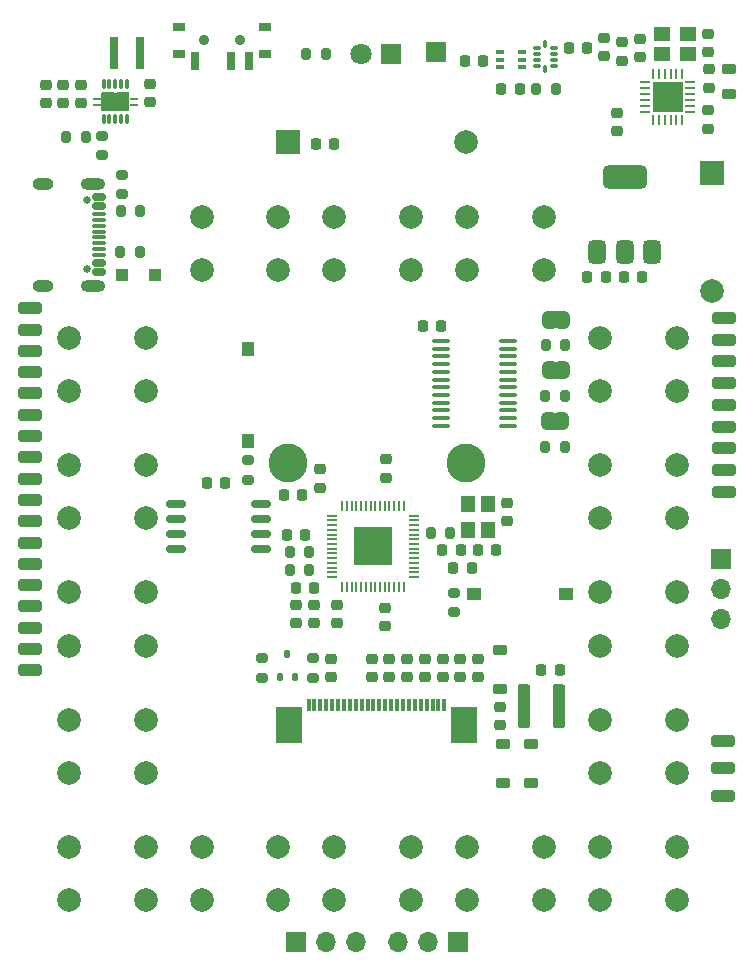
<source format=gbr>
%TF.GenerationSoftware,KiCad,Pcbnew,9.0.0*%
%TF.CreationDate,2025-07-21T17:32:05-04:00*%
%TF.ProjectId,shipwreckedpcb,73686970-7772-4656-936b-65647063622e,rev?*%
%TF.SameCoordinates,Original*%
%TF.FileFunction,Soldermask,Bot*%
%TF.FilePolarity,Negative*%
%FSLAX46Y46*%
G04 Gerber Fmt 4.6, Leading zero omitted, Abs format (unit mm)*
G04 Created by KiCad (PCBNEW 9.0.0) date 2025-07-21 17:32:05*
%MOMM*%
%LPD*%
G01*
G04 APERTURE LIST*
G04 Aperture macros list*
%AMRoundRect*
0 Rectangle with rounded corners*
0 $1 Rounding radius*
0 $2 $3 $4 $5 $6 $7 $8 $9 X,Y pos of 4 corners*
0 Add a 4 corners polygon primitive as box body*
4,1,4,$2,$3,$4,$5,$6,$7,$8,$9,$2,$3,0*
0 Add four circle primitives for the rounded corners*
1,1,$1+$1,$2,$3*
1,1,$1+$1,$4,$5*
1,1,$1+$1,$6,$7*
1,1,$1+$1,$8,$9*
0 Add four rect primitives between the rounded corners*
20,1,$1+$1,$2,$3,$4,$5,0*
20,1,$1+$1,$4,$5,$6,$7,0*
20,1,$1+$1,$6,$7,$8,$9,0*
20,1,$1+$1,$8,$9,$2,$3,0*%
%AMFreePoly0*
4,1,23,0.500000,-0.750000,0.000000,-0.750000,0.000000,-0.745722,-0.065263,-0.745722,-0.191342,-0.711940,-0.304381,-0.646677,-0.396677,-0.554381,-0.461940,-0.441342,-0.495722,-0.315263,-0.495722,-0.250000,-0.500000,-0.250000,-0.500000,0.250000,-0.495722,0.250000,-0.495722,0.315263,-0.461940,0.441342,-0.396677,0.554381,-0.304381,0.646677,-0.191342,0.711940,-0.065263,0.745722,0.000000,0.745722,
0.000000,0.750000,0.500000,0.750000,0.500000,-0.750000,0.500000,-0.750000,$1*%
%AMFreePoly1*
4,1,23,0.000000,0.745722,0.065263,0.745722,0.191342,0.711940,0.304381,0.646677,0.396677,0.554381,0.461940,0.441342,0.495722,0.315263,0.495722,0.250000,0.500000,0.250000,0.500000,-0.250000,0.495722,-0.250000,0.495722,-0.315263,0.461940,-0.441342,0.396677,-0.554381,0.304381,-0.646677,0.191342,-0.711940,0.065263,-0.745722,0.000000,-0.745722,0.000000,-0.750000,-0.500000,-0.750000,
-0.500000,0.750000,0.000000,0.750000,0.000000,0.745722,0.000000,0.745722,$1*%
G04 Aperture macros list end*
%ADD10C,2.000000*%
%ADD11R,1.700000X1.700000*%
%ADD12R,1.800000X1.800000*%
%ADD13C,1.800000*%
%ADD14O,1.700000X1.700000*%
%ADD15R,2.000000X2.000000*%
%ADD16RoundRect,0.225000X-0.250000X0.225000X-0.250000X-0.225000X0.250000X-0.225000X0.250000X0.225000X0*%
%ADD17RoundRect,0.075000X0.225000X0.075000X-0.225000X0.075000X-0.225000X-0.075000X0.225000X-0.075000X0*%
%ADD18RoundRect,0.075000X0.075000X0.237500X-0.075000X0.237500X-0.075000X-0.237500X0.075000X-0.237500X0*%
%ADD19RoundRect,0.200000X-0.200000X-0.275000X0.200000X-0.275000X0.200000X0.275000X-0.200000X0.275000X0*%
%ADD20RoundRect,0.250000X0.750000X-0.250000X0.750000X0.250000X-0.750000X0.250000X-0.750000X-0.250000X0*%
%ADD21RoundRect,0.200000X0.275000X-0.200000X0.275000X0.200000X-0.275000X0.200000X-0.275000X-0.200000X0*%
%ADD22RoundRect,0.112500X0.112500X0.237500X-0.112500X0.237500X-0.112500X-0.237500X0.112500X-0.237500X0*%
%ADD23RoundRect,0.250000X-0.750000X0.250000X-0.750000X-0.250000X0.750000X-0.250000X0.750000X0.250000X0*%
%ADD24RoundRect,0.225000X0.375000X-0.225000X0.375000X0.225000X-0.375000X0.225000X-0.375000X-0.225000X0*%
%ADD25RoundRect,0.225000X0.250000X-0.225000X0.250000X0.225000X-0.250000X0.225000X-0.250000X-0.225000X0*%
%ADD26RoundRect,0.375000X0.375000X-0.625000X0.375000X0.625000X-0.375000X0.625000X-0.375000X-0.625000X0*%
%ADD27RoundRect,0.500000X1.400000X-0.500000X1.400000X0.500000X-1.400000X0.500000X-1.400000X-0.500000X0*%
%ADD28RoundRect,0.162500X0.650000X0.162500X-0.650000X0.162500X-0.650000X-0.162500X0.650000X-0.162500X0*%
%ADD29C,0.650000*%
%ADD30RoundRect,0.150000X0.425000X-0.150000X0.425000X0.150000X-0.425000X0.150000X-0.425000X-0.150000X0*%
%ADD31RoundRect,0.075000X0.500000X-0.075000X0.500000X0.075000X-0.500000X0.075000X-0.500000X-0.075000X0*%
%ADD32O,1.800000X1.000000*%
%ADD33O,2.100000X1.000000*%
%ADD34R,1.250000X1.000000*%
%ADD35RoundRect,0.225000X-0.225000X-0.250000X0.225000X-0.250000X0.225000X0.250000X-0.225000X0.250000X0*%
%ADD36R,1.200000X1.400000*%
%ADD37C,3.300000*%
%ADD38RoundRect,0.250000X0.300000X0.300000X-0.300000X0.300000X-0.300000X-0.300000X0.300000X-0.300000X0*%
%ADD39RoundRect,0.200000X-0.275000X0.200000X-0.275000X-0.200000X0.275000X-0.200000X0.275000X0.200000X0*%
%ADD40RoundRect,0.100000X0.637500X0.100000X-0.637500X0.100000X-0.637500X-0.100000X0.637500X-0.100000X0*%
%ADD41RoundRect,0.225000X0.225000X0.250000X-0.225000X0.250000X-0.225000X-0.250000X0.225000X-0.250000X0*%
%ADD42R,0.280000X0.280000*%
%ADD43O,0.280000X0.850000*%
%ADD44C,0.600000*%
%ADD45R,1.050000X0.680000*%
%ADD46R,0.500000X0.260000*%
%ADD47R,0.700000X0.280000*%
%ADD48R,2.400000X1.650000*%
%ADD49R,0.800000X2.700000*%
%ADD50RoundRect,0.225000X-0.375000X0.225000X-0.375000X-0.225000X0.375000X-0.225000X0.375000X0.225000X0*%
%ADD51R,1.000000X1.250000*%
%ADD52RoundRect,0.050000X-0.050000X0.387500X-0.050000X-0.387500X0.050000X-0.387500X0.050000X0.387500X0*%
%ADD53RoundRect,0.050000X-0.387500X0.050000X-0.387500X-0.050000X0.387500X-0.050000X0.387500X0.050000X0*%
%ADD54R,3.200000X3.200000*%
%ADD55RoundRect,0.250000X0.300000X1.600000X-0.300000X1.600000X-0.300000X-1.600000X0.300000X-1.600000X0*%
%ADD56R,1.400000X1.200000*%
%ADD57RoundRect,0.100000X0.225000X0.100000X-0.225000X0.100000X-0.225000X-0.100000X0.225000X-0.100000X0*%
%ADD58RoundRect,0.218750X0.381250X-0.218750X0.381250X0.218750X-0.381250X0.218750X-0.381250X-0.218750X0*%
%ADD59R,0.300000X1.100000*%
%ADD60R,2.300000X3.100000*%
%ADD61R,1.000000X0.800000*%
%ADD62C,0.900000*%
%ADD63R,0.700000X1.500000*%
%ADD64RoundRect,0.062500X-0.062500X0.350000X-0.062500X-0.350000X0.062500X-0.350000X0.062500X0.350000X0*%
%ADD65RoundRect,0.062500X-0.350000X0.062500X-0.350000X-0.062500X0.350000X-0.062500X0.350000X0.062500X0*%
%ADD66R,2.600000X2.600000*%
%ADD67RoundRect,0.200000X0.200000X0.275000X-0.200000X0.275000X-0.200000X-0.275000X0.200000X-0.275000X0*%
%ADD68FreePoly0,180.000000*%
%ADD69FreePoly1,180.000000*%
%ADD70RoundRect,0.218750X0.218750X0.256250X-0.218750X0.256250X-0.218750X-0.256250X0.218750X-0.256250X0*%
G04 APERTURE END LIST*
%TO.C,JP1*%
G36*
X162362500Y-86700000D02*
G01*
X162062500Y-86700000D01*
X162062500Y-88200000D01*
X162362500Y-88200000D01*
X162362500Y-86700000D01*
G37*
%TO.C,JP3*%
G36*
X162274448Y-95324232D02*
G01*
X161974448Y-95324232D01*
X161974448Y-96824232D01*
X162274448Y-96824232D01*
X162274448Y-95324232D01*
G37*
%TO.C,JP2*%
G36*
X162362500Y-91000000D02*
G01*
X162062500Y-91000000D01*
X162062500Y-92500000D01*
X162362500Y-92500000D01*
X162362500Y-91000000D01*
G37*
%TD*%
D10*
%TO.C,SW5*%
X165909524Y-132100000D03*
X172409524Y-132100000D03*
X165909524Y-136600001D03*
X172409525Y-136600000D03*
%TD*%
%TO.C,SW7*%
X165909524Y-89000000D03*
X172409524Y-89000000D03*
X165909524Y-93500001D03*
X172409525Y-93500000D03*
%TD*%
%TO.C,SW13*%
X165909524Y-99775000D03*
X172409524Y-99775000D03*
X165909524Y-104275000D03*
X172409524Y-104275000D03*
%TD*%
%TO.C,SW18*%
X120959524Y-99775000D03*
X127459524Y-99775000D03*
X120959524Y-104275000D03*
X127459524Y-104275000D03*
%TD*%
D11*
%TO.C,AE1*%
X152050000Y-64800000D03*
%TD*%
D10*
%TO.C,SW16*%
X154672024Y-78750000D03*
X161172024Y-78750000D03*
X154672024Y-83250000D03*
X161172024Y-83250000D03*
%TD*%
%TO.C,SW14*%
X165909524Y-121325000D03*
X172409524Y-121325000D03*
X165909524Y-125825000D03*
X172409524Y-125825000D03*
%TD*%
D12*
%TO.C,D5*%
X148275000Y-65000000D03*
D13*
X145735000Y-65000000D03*
%TD*%
D10*
%TO.C,SW9*%
X120959524Y-89000000D03*
X127459524Y-89000000D03*
X120959524Y-93500001D03*
X127459525Y-93500000D03*
%TD*%
%TO.C,SW6*%
X165909524Y-110550000D03*
X172409524Y-110550000D03*
X165909524Y-115050000D03*
X172409524Y-115050000D03*
%TD*%
%TO.C,SW4*%
X143434524Y-132100000D03*
X149934524Y-132100000D03*
X143434524Y-136600000D03*
X149934524Y-136600000D03*
%TD*%
D11*
%TO.C,J9*%
X140184853Y-140125000D03*
D14*
X142724853Y-140125000D03*
X145264853Y-140125000D03*
%TD*%
D11*
%TO.C,J8*%
X153915147Y-140125000D03*
D14*
X151375147Y-140125000D03*
X148835147Y-140125000D03*
%TD*%
D11*
%TO.C,J5*%
X176175000Y-107725000D03*
D14*
X176175000Y-110265000D03*
X176175000Y-112805000D03*
%TD*%
D15*
%TO.C,BZ1*%
X175450000Y-75000000D03*
D10*
X175450000Y-85000000D03*
%TD*%
%TO.C,SW17*%
X120959524Y-121325000D03*
X127459524Y-121325000D03*
X120959524Y-125825000D03*
X127459524Y-125825000D03*
%TD*%
%TO.C,SW11*%
X154672024Y-132100000D03*
X161172024Y-132100000D03*
X154672024Y-136600000D03*
X161172024Y-136600000D03*
%TD*%
%TO.C,SW8*%
X143434524Y-78750000D03*
X149934524Y-78750000D03*
X143434524Y-83250000D03*
X149934524Y-83250000D03*
%TD*%
%TO.C,SW3*%
X120959524Y-132100000D03*
X127459524Y-132100000D03*
X120959524Y-136600001D03*
X127459525Y-136600000D03*
%TD*%
%TO.C,SW10*%
X120959524Y-110550000D03*
X127459524Y-110550000D03*
X120959524Y-115050000D03*
X127459524Y-115050000D03*
%TD*%
%TO.C,SW15*%
X132197024Y-78750000D03*
X138697024Y-78750000D03*
X132197024Y-83250000D03*
X138697024Y-83250000D03*
%TD*%
%TO.C,SW12*%
X132197024Y-132100000D03*
X138697024Y-132100000D03*
X132197024Y-136600000D03*
X138697024Y-136600000D03*
%TD*%
D16*
%TO.C,C8*%
X147750000Y-111875000D03*
X147750000Y-113425000D03*
%TD*%
D17*
%TO.C,FL1*%
X162000000Y-64450000D03*
X162000000Y-64950000D03*
X162000000Y-65450000D03*
X162000000Y-65950000D03*
D18*
X161300000Y-66262500D03*
D17*
X160600000Y-65950000D03*
X160600000Y-65450000D03*
X160600000Y-64950000D03*
X160600000Y-64450000D03*
D18*
X161300000Y-64137500D03*
%TD*%
D19*
%TO.C,R3*%
X139675000Y-108650000D03*
X141325000Y-108650000D03*
%TD*%
D20*
%TO.C,J30*%
X176375000Y-125457500D03*
%TD*%
D21*
%TO.C,R9*%
X137302500Y-117775000D03*
X137302500Y-116125000D03*
%TD*%
D19*
%TO.C,R20*%
X161337500Y-89600000D03*
X162987500Y-89600000D03*
%TD*%
%TO.C,R4*%
X125310000Y-81750000D03*
X126960000Y-81750000D03*
%TD*%
D22*
%TO.C,Q1*%
X140102500Y-117740580D03*
X138802500Y-117740580D03*
X139452500Y-115740580D03*
%TD*%
D23*
%TO.C,J14*%
X117650000Y-93703530D03*
%TD*%
D20*
%TO.C,J35*%
X176450000Y-94675000D03*
%TD*%
D19*
%TO.C,R21*%
X161287500Y-93950000D03*
X162937500Y-93950000D03*
%TD*%
D24*
%TO.C,D3*%
X160100000Y-126650000D03*
X160100000Y-123350000D03*
%TD*%
D25*
%TO.C,C62*%
X166300000Y-65125000D03*
X166300000Y-63575000D03*
%TD*%
D16*
%TO.C,C19*%
X152600000Y-116175000D03*
X152600000Y-117725000D03*
%TD*%
D26*
%TO.C,U6*%
X170312500Y-81700000D03*
X168012500Y-81700000D03*
D27*
X168012500Y-75400000D03*
D26*
X165712500Y-81700000D03*
%TD*%
D28*
%TO.C,U2*%
X137187500Y-103095000D03*
X137187500Y-104365000D03*
X137187500Y-105635000D03*
X137187500Y-106905000D03*
X130012500Y-106905000D03*
X130012500Y-105635000D03*
X130012500Y-104365000D03*
X130012500Y-103095000D03*
%TD*%
D25*
%TO.C,C13*%
X158050000Y-104525000D03*
X158050000Y-102975000D03*
%TD*%
D21*
%TO.C,R8*%
X141600000Y-117775000D03*
X141600000Y-116125000D03*
%TD*%
D29*
%TO.C,J1*%
X122465000Y-83140000D03*
X122465000Y-77360000D03*
D30*
X123540000Y-83450000D03*
X123540000Y-82650000D03*
D31*
X123540000Y-81500000D03*
X123540000Y-80500000D03*
X123540000Y-80000000D03*
X123540000Y-79000000D03*
D30*
X123540000Y-77850000D03*
X123540000Y-77050000D03*
X123540000Y-77050000D03*
X123540000Y-77850000D03*
D31*
X123540000Y-78500000D03*
X123540000Y-79500000D03*
X123540000Y-81000000D03*
X123540000Y-82000000D03*
D30*
X123540000Y-82650000D03*
X123540000Y-83450000D03*
D32*
X118785000Y-84570000D03*
D33*
X122965000Y-84570000D03*
D32*
X118785000Y-75930000D03*
D33*
X122965000Y-75930000D03*
%TD*%
D34*
%TO.C,SW2*%
X163025000Y-110650000D03*
X155275000Y-110650000D03*
%TD*%
D35*
%TO.C,C22*%
X160975000Y-117100000D03*
X162525000Y-117100000D03*
%TD*%
D16*
%TO.C,C20*%
X155600000Y-116175000D03*
X155600000Y-117725000D03*
%TD*%
%TO.C,C21*%
X157500000Y-120225000D03*
X157500000Y-121775000D03*
%TD*%
D36*
%TO.C,Y1*%
X156450000Y-103050000D03*
X156450000Y-105250000D03*
X154750000Y-105250000D03*
X154750000Y-103050000D03*
%TD*%
D16*
%TO.C,C52*%
X122000000Y-67550000D03*
X122000000Y-69100000D03*
%TD*%
D37*
%TO.C,BT1*%
X154545000Y-99565000D03*
X139555000Y-99565000D03*
D15*
X139555000Y-72400000D03*
D10*
X154545000Y-72400000D03*
%TD*%
D23*
%TO.C,J26*%
X117650000Y-115345883D03*
%TD*%
%TO.C,J28*%
X117650000Y-117149412D03*
%TD*%
D20*
%TO.C,J31*%
X176450000Y-102050000D03*
%TD*%
D38*
%TO.C,D1*%
X128250000Y-83650000D03*
X125450000Y-83650000D03*
%TD*%
D25*
%TO.C,C54*%
X120500000Y-69100000D03*
X120500000Y-67550000D03*
%TD*%
D16*
%TO.C,C65*%
X169300000Y-63675000D03*
X169300000Y-65225000D03*
%TD*%
D35*
%TO.C,C60*%
X167950000Y-83825000D03*
X169500000Y-83825000D03*
%TD*%
D39*
%TO.C,R19*%
X123800000Y-71900000D03*
X123800000Y-73550000D03*
%TD*%
D21*
%TO.C,R6*%
X153600000Y-112225000D03*
X153600000Y-110575000D03*
%TD*%
D23*
%TO.C,J7*%
X117650000Y-91900000D03*
%TD*%
D20*
%TO.C,J40*%
X176375000Y-123125000D03*
%TD*%
D40*
%TO.C,U7*%
X158162500Y-89275000D03*
X158162500Y-89925000D03*
X158162500Y-90575000D03*
X158162500Y-91225000D03*
X158162500Y-91875000D03*
X158162500Y-92525000D03*
X158162500Y-93175000D03*
X158162500Y-93825000D03*
X158162500Y-94475000D03*
X158162500Y-95125000D03*
X158162500Y-95775000D03*
X158162500Y-96425000D03*
X152437500Y-96425000D03*
X152437500Y-95775000D03*
X152437500Y-95125000D03*
X152437500Y-94475000D03*
X152437500Y-93825000D03*
X152437500Y-93175000D03*
X152437500Y-92525000D03*
X152437500Y-91875000D03*
X152437500Y-91225000D03*
X152437500Y-90575000D03*
X152437500Y-89925000D03*
X152437500Y-89275000D03*
%TD*%
D20*
%TO.C,J37*%
X176450000Y-90987500D03*
%TD*%
D23*
%TO.C,J19*%
X117650000Y-102721177D03*
%TD*%
D41*
%TO.C,C64*%
X159125000Y-67900000D03*
X157575000Y-67900000D03*
%TD*%
D19*
%TO.C,R18*%
X120725000Y-71975000D03*
X122375000Y-71975000D03*
%TD*%
D16*
%TO.C,C17*%
X148100000Y-116175000D03*
X148100000Y-117725000D03*
%TD*%
D42*
%TO.C,U4*%
X123900000Y-67240000D03*
D43*
X123900000Y-67525000D03*
D42*
X124400000Y-67240000D03*
D43*
X124400000Y-67525000D03*
D42*
X124900000Y-67240000D03*
D43*
X124900000Y-67525000D03*
D42*
X125400000Y-67240000D03*
D43*
X125400000Y-67525000D03*
D42*
X125900000Y-67240000D03*
D43*
X125900000Y-67525000D03*
X125900000Y-70475000D03*
D42*
X125900000Y-70760000D03*
D43*
X125400000Y-70475000D03*
D42*
X125400000Y-70760000D03*
D43*
X124900000Y-70475000D03*
D42*
X124900000Y-70760000D03*
D43*
X124400000Y-70475000D03*
D42*
X124400000Y-70760000D03*
D43*
X123900000Y-70475000D03*
D42*
X123900000Y-70760000D03*
D44*
X125650000Y-68500000D03*
X124150000Y-68500000D03*
D45*
X125535000Y-68550000D03*
X124265000Y-68550000D03*
D46*
X126530000Y-68750000D03*
D47*
X126450000Y-68750000D03*
X123350000Y-68750000D03*
D46*
X123270000Y-68750000D03*
D44*
X124900000Y-69000000D03*
D48*
X124900000Y-69000000D03*
D46*
X126530000Y-69250000D03*
D47*
X126450000Y-69250000D03*
X123350000Y-69250000D03*
D46*
X123270000Y-69250000D03*
D45*
X125535000Y-69450000D03*
X124265000Y-69450000D03*
D44*
X125650000Y-69500000D03*
X124150000Y-69500000D03*
%TD*%
D49*
%TO.C,L9*%
X126950000Y-64900000D03*
X124750000Y-64900000D03*
%TD*%
D35*
%TO.C,C2*%
X153525000Y-108500000D03*
X155075000Y-108500000D03*
%TD*%
D50*
%TO.C,D4*%
X157500000Y-115450000D03*
X157500000Y-118750000D03*
%TD*%
D19*
%TO.C,R24*%
X141075000Y-65000000D03*
X142725000Y-65000000D03*
%TD*%
D20*
%TO.C,J32*%
X176450000Y-100206250D03*
%TD*%
%TO.C,J34*%
X176450000Y-96518750D03*
%TD*%
D41*
%TO.C,C61*%
X166400000Y-83825000D03*
X164850000Y-83825000D03*
%TD*%
D51*
%TO.C,SW1*%
X136150000Y-89975000D03*
X136150000Y-97725000D03*
%TD*%
D20*
%TO.C,J29*%
X176375000Y-127790000D03*
%TD*%
D23*
%TO.C,J16*%
X117650000Y-97310588D03*
%TD*%
D41*
%TO.C,C51*%
X143425000Y-72550000D03*
X141875000Y-72550000D03*
%TD*%
%TO.C,C63*%
X156025000Y-65550000D03*
X154475000Y-65550000D03*
%TD*%
D52*
%TO.C,U1*%
X144105000Y-103212500D03*
X144505000Y-103212500D03*
X144905000Y-103212500D03*
X145305000Y-103212500D03*
X145705000Y-103212500D03*
X146105000Y-103212500D03*
X146505000Y-103212500D03*
X146905000Y-103212500D03*
X147305000Y-103212500D03*
X147705000Y-103212500D03*
X148105000Y-103212500D03*
X148505000Y-103212500D03*
X148905000Y-103212500D03*
X149305000Y-103212500D03*
D53*
X150142500Y-104050000D03*
X150142500Y-104450000D03*
X150142500Y-104850000D03*
X150142500Y-105250000D03*
X150142500Y-105650000D03*
X150142500Y-106050000D03*
X150142500Y-106450000D03*
X150142500Y-106850000D03*
X150142500Y-107250000D03*
X150142500Y-107650000D03*
X150142500Y-108050000D03*
X150142500Y-108450000D03*
X150142500Y-108850000D03*
X150142500Y-109250000D03*
D52*
X149305000Y-110087500D03*
X148905000Y-110087500D03*
X148505000Y-110087500D03*
X148105000Y-110087500D03*
X147705000Y-110087500D03*
X147305000Y-110087500D03*
X146905000Y-110087500D03*
X146505000Y-110087500D03*
X146105000Y-110087500D03*
X145705000Y-110087500D03*
X145305000Y-110087500D03*
X144905000Y-110087500D03*
X144505000Y-110087500D03*
X144105000Y-110087500D03*
D53*
X143267500Y-109250000D03*
X143267500Y-108850000D03*
X143267500Y-108450000D03*
X143267500Y-108050000D03*
X143267500Y-107650000D03*
X143267500Y-107250000D03*
X143267500Y-106850000D03*
X143267500Y-106450000D03*
X143267500Y-106050000D03*
X143267500Y-105650000D03*
X143267500Y-105250000D03*
X143267500Y-104850000D03*
X143267500Y-104450000D03*
X143267500Y-104050000D03*
D54*
X146705000Y-106650000D03*
%TD*%
D55*
%TO.C,L1*%
X162500000Y-120200000D03*
X159500000Y-120200000D03*
%TD*%
D25*
%TO.C,C6*%
X147800000Y-100825000D03*
X147800000Y-99275000D03*
%TD*%
D35*
%TO.C,C12*%
X132637500Y-101255000D03*
X134187500Y-101255000D03*
%TD*%
D23*
%TO.C,J23*%
X117650000Y-109935294D03*
%TD*%
%TO.C,J25*%
X117650000Y-113542353D03*
%TD*%
D50*
%TO.C,D2*%
X157700000Y-123350000D03*
X157700000Y-126650000D03*
%TD*%
D19*
%TO.C,R2*%
X139675000Y-107150000D03*
X141325000Y-107150000D03*
%TD*%
D39*
%TO.C,FB1*%
X125435000Y-75195000D03*
X125435000Y-76845000D03*
%TD*%
D23*
%TO.C,J17*%
X117650000Y-99114118D03*
%TD*%
D25*
%TO.C,C55*%
X119000000Y-69100000D03*
X119000000Y-67550000D03*
%TD*%
D56*
%TO.C,Y2*%
X173350000Y-64950000D03*
X171150000Y-64950000D03*
X171150000Y-63250000D03*
X173350000Y-63250000D03*
%TD*%
D23*
%TO.C,J6*%
X117650000Y-90096471D03*
%TD*%
D57*
%TO.C,U3*%
X159350000Y-64800000D03*
X159350000Y-65450000D03*
X159350000Y-66100000D03*
X157450000Y-66100000D03*
X157450000Y-65450000D03*
X157450000Y-64800000D03*
%TD*%
D58*
%TO.C,L11*%
X176850000Y-68362500D03*
X176850000Y-66237500D03*
%TD*%
D16*
%TO.C,C11*%
X140196992Y-111628710D03*
X140196992Y-113178710D03*
%TD*%
D23*
%TO.C,J24*%
X117650000Y-111738824D03*
%TD*%
D59*
%TO.C,J2*%
X152750000Y-120100000D03*
X152250000Y-120100000D03*
X151750000Y-120100000D03*
X151250000Y-120100000D03*
X150750000Y-120100000D03*
X150250000Y-120100000D03*
X149750000Y-120100000D03*
X149250000Y-120100000D03*
X148750000Y-120100000D03*
X148250000Y-120100000D03*
X147750000Y-120100000D03*
X147250000Y-120100000D03*
X146750000Y-120100000D03*
X146250000Y-120100000D03*
X145750000Y-120100000D03*
X145250000Y-120100000D03*
X144750000Y-120100000D03*
X144250000Y-120100000D03*
X143750000Y-120100000D03*
X143250000Y-120100000D03*
X142750000Y-120100000D03*
X142250000Y-120100000D03*
X141750000Y-120100000D03*
X141250000Y-120100000D03*
D60*
X154420000Y-121800000D03*
X139580000Y-121800000D03*
%TD*%
D61*
%TO.C,SW19*%
X130275000Y-62720000D03*
X130275000Y-64930000D03*
D62*
X132425000Y-63820000D03*
X135425000Y-63820000D03*
D61*
X137575000Y-62720000D03*
X137575000Y-64930000D03*
D63*
X131675000Y-65580000D03*
X134675000Y-65580000D03*
X136175000Y-65580000D03*
%TD*%
D25*
%TO.C,C24*%
X167350000Y-71525000D03*
X167350000Y-69975000D03*
%TD*%
D16*
%TO.C,C15*%
X143150000Y-116175000D03*
X143150000Y-117725000D03*
%TD*%
%TO.C,C23*%
X151100000Y-116175000D03*
X151100000Y-117725000D03*
%TD*%
D23*
%TO.C,J22*%
X117650000Y-108131765D03*
%TD*%
D25*
%TO.C,C57*%
X167800000Y-65525000D03*
X167800000Y-63975000D03*
%TD*%
D16*
%TO.C,C67*%
X175150000Y-66275000D03*
X175150000Y-67825000D03*
%TD*%
D64*
%TO.C,U8*%
X170400000Y-66650000D03*
X170900000Y-66650000D03*
X171400000Y-66650000D03*
X171900000Y-66650000D03*
X172400000Y-66650000D03*
X172900000Y-66650000D03*
D65*
X173587500Y-67337500D03*
X173587500Y-67837500D03*
X173587500Y-68337500D03*
X173587500Y-68837500D03*
X173587500Y-69337500D03*
X173587500Y-69837500D03*
D64*
X172900000Y-70525000D03*
X172400000Y-70525000D03*
X171900000Y-70525000D03*
X171400000Y-70525000D03*
X170900000Y-70525000D03*
X170400000Y-70525000D03*
D65*
X169712500Y-69837500D03*
X169712500Y-69337500D03*
X169712500Y-68837500D03*
X169712500Y-68337500D03*
X169712500Y-67837500D03*
X169712500Y-67337500D03*
D66*
X171650000Y-68587500D03*
%TD*%
D23*
%TO.C,J20*%
X117650000Y-104524706D03*
%TD*%
D67*
%TO.C,R1*%
X153230534Y-105505065D03*
X151580534Y-105505065D03*
%TD*%
D41*
%TO.C,C1*%
X140975000Y-105650000D03*
X139425000Y-105650000D03*
%TD*%
D67*
%TO.C,R23*%
X162175000Y-67900000D03*
X160525000Y-67900000D03*
%TD*%
D25*
%TO.C,C4*%
X142200000Y-101675000D03*
X142200000Y-100125000D03*
%TD*%
D19*
%TO.C,R5*%
X125360000Y-78270000D03*
X127010000Y-78270000D03*
%TD*%
D41*
%TO.C,C5*%
X140725000Y-102300000D03*
X139175000Y-102300000D03*
%TD*%
D35*
%TO.C,C3*%
X140175000Y-110150000D03*
X141725000Y-110150000D03*
%TD*%
D20*
%TO.C,J39*%
X176450000Y-87300000D03*
%TD*%
D68*
%TO.C,JP1*%
X162862500Y-87450000D03*
D69*
X161562500Y-87450000D03*
%TD*%
D25*
%TO.C,C53*%
X127800000Y-69025000D03*
X127800000Y-67475000D03*
%TD*%
D20*
%TO.C,J33*%
X176450000Y-98362500D03*
%TD*%
D16*
%TO.C,C26*%
X154100000Y-116175000D03*
X154100000Y-117725000D03*
%TD*%
D39*
%TO.C,R7*%
X136150000Y-99350000D03*
X136150000Y-101000000D03*
%TD*%
D23*
%TO.C,J15*%
X117650000Y-95507059D03*
%TD*%
D16*
%TO.C,C25*%
X175100000Y-63275000D03*
X175100000Y-64825000D03*
%TD*%
D35*
%TO.C,C7*%
X152575000Y-107000000D03*
X154125000Y-107000000D03*
%TD*%
D16*
%TO.C,C9*%
X143650000Y-111607500D03*
X143650000Y-113157500D03*
%TD*%
D41*
%TO.C,C14*%
X157125000Y-107000000D03*
X155575000Y-107000000D03*
%TD*%
D68*
%TO.C,JP3*%
X162774448Y-96074232D03*
D69*
X161474448Y-96074232D03*
%TD*%
D16*
%TO.C,C18*%
X149600000Y-116175000D03*
X149600000Y-117725000D03*
%TD*%
D19*
%TO.C,R22*%
X161299448Y-98224232D03*
X162949448Y-98224232D03*
%TD*%
D16*
%TO.C,C10*%
X141696992Y-111628710D03*
X141696992Y-113178710D03*
%TD*%
D23*
%TO.C,J4*%
X117650000Y-88292941D03*
%TD*%
D35*
%TO.C,C56*%
X150925000Y-87975000D03*
X152475000Y-87975000D03*
%TD*%
D16*
%TO.C,C16*%
X146600000Y-116175000D03*
X146600000Y-117725000D03*
%TD*%
D68*
%TO.C,JP2*%
X162862500Y-91750000D03*
D69*
X161562500Y-91750000D03*
%TD*%
D20*
%TO.C,J38*%
X176450000Y-89143750D03*
%TD*%
%TO.C,J36*%
X176450000Y-92831250D03*
%TD*%
D70*
%TO.C,L10*%
X164837500Y-64450000D03*
X163262500Y-64450000D03*
%TD*%
D16*
%TO.C,C66*%
X175050000Y-69725000D03*
X175050000Y-71275000D03*
%TD*%
D23*
%TO.C,J3*%
X117650000Y-86489412D03*
%TD*%
%TO.C,J18*%
X117650000Y-100917647D03*
%TD*%
%TO.C,J21*%
X117650000Y-106328236D03*
%TD*%
M02*

</source>
